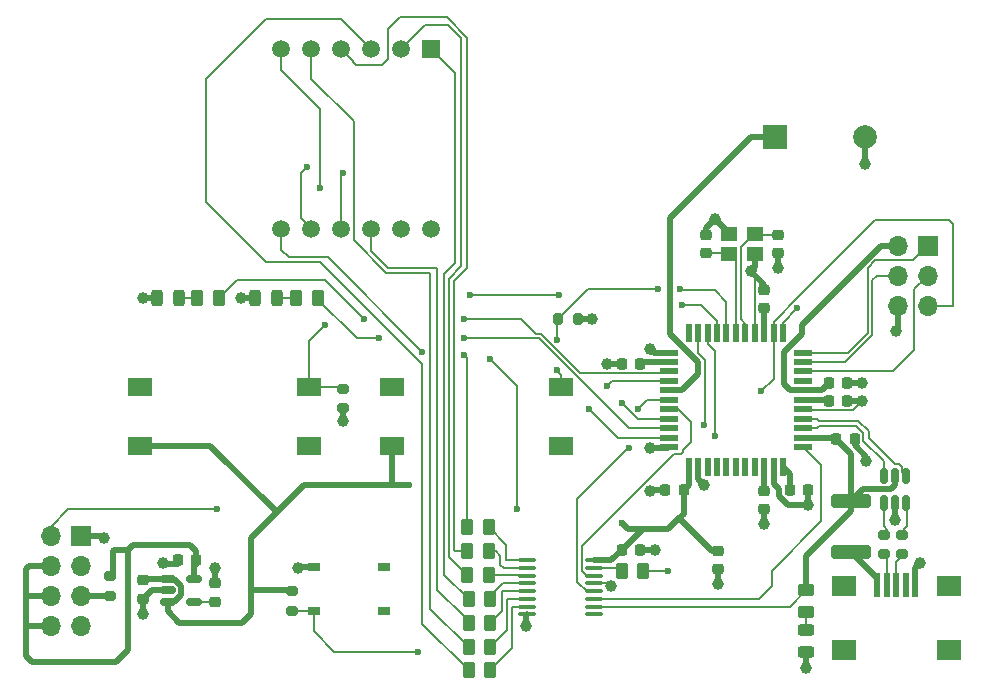
<source format=gbr>
%TF.GenerationSoftware,KiCad,Pcbnew,(7.0.0)*%
%TF.CreationDate,2023-04-20T12:18:00-06:00*%
%TF.ProjectId,Phase_B_PCB_Prototype,50686173-655f-4425-9f50-43425f50726f,rev?*%
%TF.SameCoordinates,Original*%
%TF.FileFunction,Copper,L1,Top*%
%TF.FilePolarity,Positive*%
%FSLAX46Y46*%
G04 Gerber Fmt 4.6, Leading zero omitted, Abs format (unit mm)*
G04 Created by KiCad (PCBNEW (7.0.0)) date 2023-04-20 12:18:00*
%MOMM*%
%LPD*%
G01*
G04 APERTURE LIST*
G04 Aperture macros list*
%AMRoundRect*
0 Rectangle with rounded corners*
0 $1 Rounding radius*
0 $2 $3 $4 $5 $6 $7 $8 $9 X,Y pos of 4 corners*
0 Add a 4 corners polygon primitive as box body*
4,1,4,$2,$3,$4,$5,$6,$7,$8,$9,$2,$3,0*
0 Add four circle primitives for the rounded corners*
1,1,$1+$1,$2,$3*
1,1,$1+$1,$4,$5*
1,1,$1+$1,$6,$7*
1,1,$1+$1,$8,$9*
0 Add four rect primitives between the rounded corners*
20,1,$1+$1,$2,$3,$4,$5,0*
20,1,$1+$1,$4,$5,$6,$7,0*
20,1,$1+$1,$6,$7,$8,$9,0*
20,1,$1+$1,$8,$9,$2,$3,0*%
G04 Aperture macros list end*
%TA.AperFunction,SMDPad,CuDef*%
%ADD10RoundRect,0.225000X-0.250000X0.225000X-0.250000X-0.225000X0.250000X-0.225000X0.250000X0.225000X0*%
%TD*%
%TA.AperFunction,SMDPad,CuDef*%
%ADD11R,1.000000X0.700000*%
%TD*%
%TA.AperFunction,SMDPad,CuDef*%
%ADD12RoundRect,0.225000X-0.225000X-0.250000X0.225000X-0.250000X0.225000X0.250000X-0.225000X0.250000X0*%
%TD*%
%TA.AperFunction,SMDPad,CuDef*%
%ADD13R,1.400000X1.200000*%
%TD*%
%TA.AperFunction,SMDPad,CuDef*%
%ADD14RoundRect,0.250000X0.262500X0.450000X-0.262500X0.450000X-0.262500X-0.450000X0.262500X-0.450000X0*%
%TD*%
%TA.AperFunction,ComponentPad*%
%ADD15C,1.500000*%
%TD*%
%TA.AperFunction,ComponentPad*%
%ADD16R,1.500000X1.500000*%
%TD*%
%TA.AperFunction,ComponentPad*%
%ADD17R,2.000000X2.000000*%
%TD*%
%TA.AperFunction,ComponentPad*%
%ADD18C,2.000000*%
%TD*%
%TA.AperFunction,SMDPad,CuDef*%
%ADD19RoundRect,0.150000X-0.512500X-0.150000X0.512500X-0.150000X0.512500X0.150000X-0.512500X0.150000X0*%
%TD*%
%TA.AperFunction,ComponentPad*%
%ADD20O,1.700000X1.700000*%
%TD*%
%TA.AperFunction,ComponentPad*%
%ADD21R,1.700000X1.700000*%
%TD*%
%TA.AperFunction,SMDPad,CuDef*%
%ADD22RoundRect,0.225000X0.225000X0.250000X-0.225000X0.250000X-0.225000X-0.250000X0.225000X-0.250000X0*%
%TD*%
%TA.AperFunction,SMDPad,CuDef*%
%ADD23RoundRect,0.200000X-0.275000X0.200000X-0.275000X-0.200000X0.275000X-0.200000X0.275000X0.200000X0*%
%TD*%
%TA.AperFunction,SMDPad,CuDef*%
%ADD24R,1.500000X0.550000*%
%TD*%
%TA.AperFunction,SMDPad,CuDef*%
%ADD25R,0.550000X1.500000*%
%TD*%
%TA.AperFunction,SMDPad,CuDef*%
%ADD26RoundRect,0.250000X-0.262500X-0.450000X0.262500X-0.450000X0.262500X0.450000X-0.262500X0.450000X0*%
%TD*%
%TA.AperFunction,SMDPad,CuDef*%
%ADD27RoundRect,0.200000X-0.200000X-0.275000X0.200000X-0.275000X0.200000X0.275000X-0.200000X0.275000X0*%
%TD*%
%TA.AperFunction,SMDPad,CuDef*%
%ADD28RoundRect,0.243750X-0.243750X-0.456250X0.243750X-0.456250X0.243750X0.456250X-0.243750X0.456250X0*%
%TD*%
%TA.AperFunction,SMDPad,CuDef*%
%ADD29RoundRect,0.150000X0.150000X-0.512500X0.150000X0.512500X-0.150000X0.512500X-0.150000X-0.512500X0*%
%TD*%
%TA.AperFunction,SMDPad,CuDef*%
%ADD30RoundRect,0.225000X0.250000X-0.225000X0.250000X0.225000X-0.250000X0.225000X-0.250000X-0.225000X0*%
%TD*%
%TA.AperFunction,SMDPad,CuDef*%
%ADD31RoundRect,0.243750X0.456250X-0.243750X0.456250X0.243750X-0.456250X0.243750X-0.456250X-0.243750X0*%
%TD*%
%TA.AperFunction,SMDPad,CuDef*%
%ADD32RoundRect,0.200000X0.275000X-0.200000X0.275000X0.200000X-0.275000X0.200000X-0.275000X-0.200000X0*%
%TD*%
%TA.AperFunction,SMDPad,CuDef*%
%ADD33R,2.000000X1.500000*%
%TD*%
%TA.AperFunction,SMDPad,CuDef*%
%ADD34RoundRect,0.250000X1.450000X-0.312500X1.450000X0.312500X-1.450000X0.312500X-1.450000X-0.312500X0*%
%TD*%
%TA.AperFunction,SMDPad,CuDef*%
%ADD35RoundRect,0.250000X-0.450000X0.262500X-0.450000X-0.262500X0.450000X-0.262500X0.450000X0.262500X0*%
%TD*%
%TA.AperFunction,SMDPad,CuDef*%
%ADD36RoundRect,0.100000X-0.637500X-0.100000X0.637500X-0.100000X0.637500X0.100000X-0.637500X0.100000X0*%
%TD*%
%TA.AperFunction,SMDPad,CuDef*%
%ADD37R,2.000000X1.700000*%
%TD*%
%TA.AperFunction,SMDPad,CuDef*%
%ADD38R,0.500000X2.000000*%
%TD*%
%TA.AperFunction,ViaPad*%
%ADD39C,0.600000*%
%TD*%
%TA.AperFunction,ViaPad*%
%ADD40C,1.000000*%
%TD*%
%TA.AperFunction,Conductor*%
%ADD41C,0.203200*%
%TD*%
%TA.AperFunction,Conductor*%
%ADD42C,0.508000*%
%TD*%
%TA.AperFunction,Conductor*%
%ADD43C,0.200000*%
%TD*%
G04 APERTURE END LIST*
D10*
%TO.P,C1,1*%
%TO.N,XTAL2*%
X136779000Y-81052000D03*
%TO.P,C1,2*%
%TO.N,GND*%
X136779000Y-82602000D03*
%TD*%
D11*
%TO.P,S3,4*%
%TO.N,N/C*%
X103456999Y-112847999D03*
%TO.P,S3,2*%
X103456999Y-109147999D03*
%TO.P,S3,3*%
%TO.N,RST*%
X97456999Y-112847999D03*
%TO.P,S3,1*%
%TO.N,GND*%
X97456999Y-109147999D03*
%TD*%
D12*
%TO.P,C15,1*%
%TO.N,+5V*%
X123558000Y-107696000D03*
%TO.P,C15,2*%
%TO.N,GND*%
X125108000Y-107696000D03*
%TD*%
D10*
%TO.P,C14,1*%
%TO.N,+5V*%
X83058000Y-110284000D03*
%TO.P,C14,2*%
%TO.N,GND*%
X83058000Y-111834000D03*
%TD*%
D13*
%TO.P,Y1,1,1*%
%TO.N,XTAL1*%
X132630999Y-82676999D03*
%TO.P,Y1,2,2*%
%TO.N,GND*%
X134830999Y-82676999D03*
%TO.P,Y1,3,3*%
%TO.N,XTAL2*%
X134830999Y-80976999D03*
%TO.P,Y1,4,4*%
%TO.N,GND*%
X132630999Y-80976999D03*
%TD*%
D14*
%TO.P,R12,2*%
%TO.N,Net-(U1-DPX)*%
X110593500Y-117885000D03*
%TO.P,R12,1*%
%TO.N,dp*%
X112418500Y-117885000D03*
%TD*%
%TO.P,R11,2*%
%TO.N,Net-(U1-g)*%
X110593500Y-115951000D03*
%TO.P,R11,1*%
%TO.N,g*%
X112418500Y-115951000D03*
%TD*%
D15*
%TO.P,U1,12,CA1*%
%TO.N,Dig1*%
X107442000Y-80518000D03*
%TO.P,U1,11,a*%
%TO.N,Net-(U1-a)*%
X104902000Y-80518000D03*
%TO.P,U1,10,f*%
%TO.N,Net-(U1-f)*%
X102362000Y-80518000D03*
%TO.P,U1,9,CA2*%
%TO.N,Dig2*%
X99822000Y-80518000D03*
%TO.P,U1,8,CA3*%
%TO.N,Dig3*%
X97282000Y-80518000D03*
%TO.P,U1,7,b*%
%TO.N,Net-(U1-b)*%
X94742000Y-80518000D03*
%TO.P,U1,6,CA4*%
%TO.N,Dig4*%
X94742000Y-65278000D03*
%TO.P,U1,5,g*%
%TO.N,Net-(U1-g)*%
X97282000Y-65278000D03*
%TO.P,U1,4,c*%
%TO.N,Net-(U1-c)*%
X99822000Y-65278000D03*
%TO.P,U1,3,DPX*%
%TO.N,Net-(U1-DPX)*%
X102362000Y-65278000D03*
%TO.P,U1,2,d*%
%TO.N,Net-(U1-d)*%
X104902000Y-65278000D03*
D16*
%TO.P,U1,1,e*%
%TO.N,Net-(U1-e)*%
X107441999Y-65277999D03*
%TD*%
D17*
%TO.P,LS1,1,1*%
%TO.N,Buzzer*%
X136534999Y-72770999D03*
D18*
%TO.P,LS1,2,2*%
%TO.N,GND*%
X144135000Y-72771000D03*
%TD*%
D19*
%TO.P,U5,1,VIN*%
%TO.N,+5V*%
X85095500Y-110175000D03*
%TO.P,U5,2,GND*%
%TO.N,GND*%
X85095500Y-111125000D03*
%TO.P,U5,3,ON/~{OFF}*%
%TO.N,+5V*%
X85095500Y-112075000D03*
%TO.P,U5,4,BP*%
%TO.N,Net-(U5-BP)*%
X87370500Y-112075000D03*
%TO.P,U5,5,VOUT*%
%TO.N,+3.3V*%
X87370500Y-110175000D03*
%TD*%
D14*
%TO.P,R9,2*%
%TO.N,Net-(U1-e)*%
X110593500Y-111887000D03*
%TO.P,R9,1*%
%TO.N,e*%
X112418500Y-111887000D03*
%TD*%
D20*
%TO.P,J3,8,Pin_8*%
%TO.N,+3.3V*%
X75203999Y-114182999D03*
%TO.P,J3,7,Pin_7*%
%TO.N,RX*%
X77743999Y-114182999D03*
%TO.P,J3,6,Pin_6*%
%TO.N,+3.3V*%
X75203999Y-111642999D03*
%TO.P,J3,5,Pin_5*%
%TO.N,Net-(J3-Pin_5)*%
X77743999Y-111642999D03*
%TO.P,J3,4,Pin_4*%
%TO.N,+3.3V*%
X75203999Y-109102999D03*
%TO.P,J3,3,Pin_3*%
%TO.N,unconnected-(J3-Pin_3-Pad3)*%
X77743999Y-109102999D03*
%TO.P,J3,2,Pin_2*%
%TO.N,TX*%
X75203999Y-106562999D03*
D21*
%TO.P,J3,1,Pin_1*%
%TO.N,GND*%
X77743999Y-106562999D03*
%TD*%
D22*
%TO.P,C13,1*%
%TO.N,+3.3V*%
X87510500Y-108585000D03*
%TO.P,C13,2*%
%TO.N,GND*%
X85960500Y-108585000D03*
%TD*%
D12*
%TO.P,C3,1*%
%TO.N,+5V*%
X141719000Y-98298000D03*
%TO.P,C3,2*%
%TO.N,GND*%
X143269000Y-98298000D03*
%TD*%
%TO.P,C10,1*%
%TO.N,/UCAP*%
X141084000Y-95123000D03*
%TO.P,C10,2*%
%TO.N,GND*%
X142634000Y-95123000D03*
%TD*%
D23*
%TO.P,R17,2*%
%TO.N,Net-(J3-Pin_5)*%
X80264000Y-111569000D03*
%TO.P,R17,1*%
%TO.N,+3.3V*%
X80264000Y-109919000D03*
%TD*%
D24*
%TO.P,U3,1,PE6*%
%TO.N,SH_CP*%
X138922999Y-98995999D03*
%TO.P,U3,2,UVCC*%
%TO.N,+5V*%
X138922999Y-98195999D03*
%TO.P,U3,3,D-*%
%TO.N,USB_D-*%
X138922999Y-97395999D03*
%TO.P,U3,4,D+*%
%TO.N,USB_D+*%
X138922999Y-96595999D03*
%TO.P,U3,5,UGND*%
%TO.N,GND*%
X138922999Y-95795999D03*
%TO.P,U3,6,UCAP*%
%TO.N,/UCAP*%
X138922999Y-94995999D03*
%TO.P,U3,7,VBUS*%
%TO.N,+5V*%
X138922999Y-94195999D03*
%TO.P,U3,8,PB0*%
%TO.N,unconnected-(U3-PB0-Pad8)*%
X138922999Y-93395999D03*
%TO.P,U3,9,PB1*%
%TO.N,SCK*%
X138922999Y-92595999D03*
%TO.P,U3,10,PB2*%
%TO.N,MOSI*%
X138922999Y-91795999D03*
%TO.P,U3,11,PB3*%
%TO.N,MISO*%
X138922999Y-90995999D03*
D25*
%TO.P,U3,12,PB7*%
%TO.N,Dig3*%
X137222999Y-89295999D03*
%TO.P,U3,13,~{RESET}*%
%TO.N,RST*%
X136422999Y-89295999D03*
%TO.P,U3,14,VCC*%
%TO.N,+5V*%
X135622999Y-89295999D03*
%TO.P,U3,15,GND*%
%TO.N,GND*%
X134822999Y-89295999D03*
%TO.P,U3,16,XTAL2*%
%TO.N,XTAL2*%
X134022999Y-89295999D03*
%TO.P,U3,17,XTAL1*%
%TO.N,XTAL1*%
X133222999Y-89295999D03*
%TO.P,U3,18,PD0*%
%TO.N,Button_2*%
X132422999Y-89295999D03*
%TO.P,U3,19,PD1*%
%TO.N,Button_1*%
X131622999Y-89295999D03*
%TO.P,U3,20,PD2*%
%TO.N,TX*%
X130822999Y-89295999D03*
%TO.P,U3,21,PD3*%
%TO.N,RX*%
X130022999Y-89295999D03*
%TO.P,U3,22,PD5*%
%TO.N,unconnected-(U3-PD5-Pad22)*%
X129222999Y-89295999D03*
D24*
%TO.P,U3,23,GND*%
%TO.N,GND*%
X127522999Y-90995999D03*
%TO.P,U3,24,AVCC*%
%TO.N,+5V*%
X127522999Y-91795999D03*
%TO.P,U3,25,PD4*%
%TO.N,GREEN_LED*%
X127522999Y-92595999D03*
%TO.P,U3,26,PD6*%
%TO.N,Dig2*%
X127522999Y-93395999D03*
%TO.P,U3,27,PD7*%
%TO.N,Buzzer*%
X127522999Y-94195999D03*
%TO.P,U3,28,PB4*%
%TO.N,ST_CP*%
X127522999Y-94995999D03*
%TO.P,U3,29,PB5*%
%TO.N,DS*%
X127522999Y-95795999D03*
%TO.P,U3,30,PB6*%
%TO.N,Dig4*%
X127522999Y-96595999D03*
%TO.P,U3,31,PC6*%
%TO.N,RED_LED*%
X127522999Y-97395999D03*
%TO.P,U3,32,PC7*%
%TO.N,Dig1*%
X127522999Y-98195999D03*
%TO.P,U3,33,~{HWB}/PE2*%
%TO.N,GND*%
X127522999Y-98995999D03*
D25*
%TO.P,U3,34,VCC*%
%TO.N,+5V*%
X129222999Y-100695999D03*
%TO.P,U3,35,GND*%
%TO.N,GND*%
X130022999Y-100695999D03*
%TO.P,U3,36,PF7*%
%TO.N,unconnected-(U3-PF7-Pad36)*%
X130822999Y-100695999D03*
%TO.P,U3,37,PF6*%
%TO.N,unconnected-(U3-PF6-Pad37)*%
X131622999Y-100695999D03*
%TO.P,U3,38,PF5*%
%TO.N,unconnected-(U3-PF5-Pad38)*%
X132422999Y-100695999D03*
%TO.P,U3,39,PF4*%
%TO.N,unconnected-(U3-PF4-Pad39)*%
X133222999Y-100695999D03*
%TO.P,U3,40,PF1*%
%TO.N,unconnected-(U3-PF1-Pad40)*%
X134022999Y-100695999D03*
%TO.P,U3,41,PF0*%
%TO.N,unconnected-(U3-PF0-Pad41)*%
X134822999Y-100695999D03*
%TO.P,U3,42,AREF*%
%TO.N,/AREF*%
X135622999Y-100695999D03*
%TO.P,U3,43,GND*%
%TO.N,GND*%
X136422999Y-100695999D03*
%TO.P,U3,44,AVCC*%
%TO.N,+5V*%
X137222999Y-100695999D03*
%TD*%
D12*
%TO.P,C7,1*%
%TO.N,+5V*%
X141084000Y-93599000D03*
%TO.P,C7,2*%
%TO.N,GND*%
X142634000Y-93599000D03*
%TD*%
D26*
%TO.P,R5,2*%
%TO.N,Net-(U1-a)*%
X125372500Y-109474000D03*
%TO.P,R5,1*%
%TO.N,a*%
X123547500Y-109474000D03*
%TD*%
D27*
%TO.P,R2,1*%
%TO.N,Button_2*%
X118174000Y-88138000D03*
%TO.P,R2,2*%
%TO.N,GND*%
X119824000Y-88138000D03*
%TD*%
D28*
%TO.P,D2,1,K*%
%TO.N,GND*%
X84231000Y-86360000D03*
%TO.P,D2,2,A*%
%TO.N,Net-(D2-A)*%
X86106000Y-86360000D03*
%TD*%
D23*
%TO.P,R1,1*%
%TO.N,Button_1*%
X99949000Y-94044000D03*
%TO.P,R1,2*%
%TO.N,GND*%
X99949000Y-95694000D03*
%TD*%
D10*
%TO.P,C11,1*%
%TO.N,/AREF*%
X135636000Y-102730000D03*
%TO.P,C11,2*%
%TO.N,GND*%
X135636000Y-104280000D03*
%TD*%
D21*
%TO.P,J2,1,MISO*%
%TO.N,MISO*%
X149478999Y-81929999D03*
D20*
%TO.P,J2,2,VCC*%
%TO.N,+5V*%
X146938999Y-81929999D03*
%TO.P,J2,3,SCK*%
%TO.N,SCK*%
X149478999Y-84469999D03*
%TO.P,J2,4,MOSI*%
%TO.N,MOSI*%
X146938999Y-84469999D03*
%TO.P,J2,5,~{RST}*%
%TO.N,RST*%
X149478999Y-87009999D03*
%TO.P,J2,6,GND*%
%TO.N,GND*%
X146938999Y-87009999D03*
%TD*%
D29*
%TO.P,U4,1,I/O1*%
%TO.N,USB_CONN_D-*%
X145730000Y-103694500D03*
%TO.P,U4,2,GND*%
%TO.N,GND*%
X146680000Y-103694500D03*
%TO.P,U4,3,I/O2*%
%TO.N,USB_CONN_D+*%
X147630000Y-103694500D03*
%TO.P,U4,4,I/O2*%
%TO.N,USB_D+*%
X147630000Y-101419500D03*
%TO.P,U4,5,VBUS*%
%TO.N,+5V*%
X146680000Y-101419500D03*
%TO.P,U4,6,I/O1*%
%TO.N,USB_D-*%
X145730000Y-101419500D03*
%TD*%
D14*
%TO.P,R4,1*%
%TO.N,GREEN_LED*%
X89455000Y-86360000D03*
%TO.P,R4,2*%
%TO.N,Net-(D2-A)*%
X87630000Y-86360000D03*
%TD*%
D30*
%TO.P,C12,2*%
%TO.N,GND*%
X89148500Y-110538000D03*
%TO.P,C12,1*%
%TO.N,Net-(U5-BP)*%
X89148500Y-112088000D03*
%TD*%
D22*
%TO.P,C5,1*%
%TO.N,+5V*%
X128791000Y-102616000D03*
%TO.P,C5,2*%
%TO.N,GND*%
X127241000Y-102616000D03*
%TD*%
D31*
%TO.P,D3,2,A*%
%TO.N,Net-(D3-A)*%
X139187000Y-114446500D03*
%TO.P,D3,1,K*%
%TO.N,GND*%
X139187000Y-116321500D03*
%TD*%
D30*
%TO.P,C8,1*%
%TO.N,+5V*%
X135636000Y-87249000D03*
%TO.P,C8,2*%
%TO.N,GND*%
X135636000Y-85699000D03*
%TD*%
D28*
%TO.P,D1,2,A*%
%TO.N,Net-(D1-A)*%
X94397000Y-86360000D03*
%TO.P,D1,1,K*%
%TO.N,GND*%
X92522000Y-86360000D03*
%TD*%
D32*
%TO.P,R15,2*%
%TO.N,USB_CONN_D+*%
X147320000Y-106427000D03*
%TO.P,R15,1*%
%TO.N,Net-(J1-D+)*%
X147320000Y-108077000D03*
%TD*%
D33*
%TO.P,S1,A1,NO_1*%
%TO.N,unconnected-(S1-NO_1-PadA1)*%
X82765999Y-93892999D03*
%TO.P,S1,B1,NO_2*%
%TO.N,Button_1*%
X97065999Y-93892999D03*
%TO.P,S1,C1,COM_1*%
%TO.N,+5V*%
X82765999Y-98892999D03*
%TO.P,S1,D1,COM_2*%
%TO.N,unconnected-(S1-COM_2-PadD1)*%
X97065999Y-98892999D03*
%TD*%
D14*
%TO.P,R3,2*%
%TO.N,Net-(D1-A)*%
X95988500Y-86360000D03*
%TO.P,R3,1*%
%TO.N,RED_LED*%
X97813500Y-86360000D03*
%TD*%
D34*
%TO.P,F1,2*%
%TO.N,+5V*%
X142997000Y-103594500D03*
%TO.P,F1,1*%
%TO.N,Net-(J1-VBUS)*%
X142997000Y-107869500D03*
%TD*%
D23*
%TO.P,R13,1*%
%TO.N,+5V*%
X95631000Y-111189000D03*
%TO.P,R13,2*%
%TO.N,RST*%
X95631000Y-112839000D03*
%TD*%
D22*
%TO.P,C6,1*%
%TO.N,+5V*%
X125108000Y-91948000D03*
%TO.P,C6,2*%
%TO.N,GND*%
X123558000Y-91948000D03*
%TD*%
D33*
%TO.P,S2,A1,NO_1*%
%TO.N,unconnected-(S2-NO_1-PadA1)*%
X104101999Y-93932999D03*
%TO.P,S2,B1,NO_2*%
%TO.N,Button_2*%
X118401999Y-93932999D03*
%TO.P,S2,C1,COM_1*%
%TO.N,+5V*%
X104101999Y-98932999D03*
%TO.P,S2,D1,COM_2*%
%TO.N,unconnected-(S2-COM_2-PadD1)*%
X118401999Y-98932999D03*
%TD*%
D14*
%TO.P,R7,2*%
%TO.N,Net-(U1-c)*%
X110490000Y-107823000D03*
%TO.P,R7,1*%
%TO.N,c*%
X112315000Y-107823000D03*
%TD*%
D30*
%TO.P,C2,1*%
%TO.N,XTAL1*%
X130683000Y-82602000D03*
%TO.P,C2,2*%
%TO.N,GND*%
X130683000Y-81052000D03*
%TD*%
D35*
%TO.P,R14,2*%
%TO.N,Net-(D3-A)*%
X139187000Y-112935500D03*
%TO.P,R14,1*%
%TO.N,+5V*%
X139187000Y-111110500D03*
%TD*%
D12*
%TO.P,C4,1*%
%TO.N,+5V*%
X137782000Y-102616000D03*
%TO.P,C4,2*%
%TO.N,GND*%
X139332000Y-102616000D03*
%TD*%
D10*
%TO.P,C9,1*%
%TO.N,+5V*%
X131699000Y-107810000D03*
%TO.P,C9,2*%
%TO.N,GND*%
X131699000Y-109360000D03*
%TD*%
D14*
%TO.P,R8,2*%
%TO.N,Net-(U1-d)*%
X110490000Y-109855000D03*
%TO.P,R8,1*%
%TO.N,d*%
X112315000Y-109855000D03*
%TD*%
D36*
%TO.P,U2,1,QB*%
%TO.N,b*%
X115501500Y-108596000D03*
%TO.P,U2,2,QC*%
%TO.N,c*%
X115501500Y-109246000D03*
%TO.P,U2,3,QD*%
%TO.N,d*%
X115501500Y-109896000D03*
%TO.P,U2,4,QE*%
%TO.N,e*%
X115501500Y-110546000D03*
%TO.P,U2,5,QF*%
%TO.N,f*%
X115501500Y-111196000D03*
%TO.P,U2,6,QG*%
%TO.N,g*%
X115501500Y-111846000D03*
%TO.P,U2,7,QH*%
%TO.N,dp*%
X115501500Y-112496000D03*
%TO.P,U2,8,GND*%
%TO.N,GND*%
X115501500Y-113146000D03*
%TO.P,U2,9,QH'*%
%TO.N,unconnected-(U2-QH'-Pad9)*%
X121226500Y-113146000D03*
%TO.P,U2,10,~{SRCLR}*%
%TO.N,+5V*%
X121226500Y-112496000D03*
%TO.P,U2,11,SRCLK*%
%TO.N,SH_CP*%
X121226500Y-111846000D03*
%TO.P,U2,12,RCLK*%
%TO.N,ST_CP*%
X121226500Y-111196000D03*
%TO.P,U2,13,~{OE}*%
%TO.N,GND*%
X121226500Y-110546000D03*
%TO.P,U2,14,SER*%
%TO.N,DS*%
X121226500Y-109896000D03*
%TO.P,U2,15,QA*%
%TO.N,a*%
X121226500Y-109246000D03*
%TO.P,U2,16,VCC*%
%TO.N,+5V*%
X121226500Y-108596000D03*
%TD*%
D14*
%TO.P,R6,2*%
%TO.N,Net-(U1-b)*%
X110490000Y-105791000D03*
%TO.P,R6,1*%
%TO.N,b*%
X112315000Y-105791000D03*
%TD*%
D37*
%TO.P,J1,6,Shield*%
%TO.N,unconnected-(J1-Shield-Pad6)*%
X151256999Y-116201999D03*
X151256999Y-110751999D03*
X142356999Y-116201999D03*
X142356999Y-110751999D03*
D38*
%TO.P,J1,5,GND*%
%TO.N,GND*%
X148406999Y-110651999D03*
%TO.P,J1,4,ID*%
%TO.N,unconnected-(J1-ID-Pad4)*%
X147606999Y-110651999D03*
%TO.P,J1,3,D+*%
%TO.N,Net-(J1-D+)*%
X146806999Y-110651999D03*
%TO.P,J1,2,D-*%
%TO.N,Net-(J1-D-)*%
X146006999Y-110651999D03*
%TO.P,J1,1,VBUS*%
%TO.N,Net-(J1-VBUS)*%
X145206999Y-110651999D03*
%TD*%
D14*
%TO.P,R10,2*%
%TO.N,Net-(U1-f)*%
X110593500Y-113919000D03*
%TO.P,R10,1*%
%TO.N,f*%
X112418500Y-113919000D03*
%TD*%
D32*
%TO.P,R16,2*%
%TO.N,USB_CONN_D-*%
X145796000Y-106427000D03*
%TO.P,R16,1*%
%TO.N,Net-(J1-D-)*%
X145796000Y-108077000D03*
%TD*%
D39*
%TO.N,Net-(U1-a)*%
X112395000Y-91567000D03*
X114681000Y-104267000D03*
X127508000Y-109474000D03*
%TO.N,RST*%
X135382000Y-94234000D03*
X106299000Y-116332000D03*
%TO.N,+5V*%
X123571000Y-105410000D03*
X105537000Y-102235000D03*
%TO.N,TX*%
X89281000Y-104267000D03*
X131445000Y-98044000D03*
%TO.N,RX*%
X130556000Y-97155000D03*
%TO.N,Button_1*%
X98425000Y-88646000D03*
X110744000Y-86106000D03*
X118237000Y-86106000D03*
X128651000Y-86995000D03*
%TO.N,Dig3*%
X96901000Y-75311000D03*
X138430000Y-87249000D03*
%TO.N,ST_CP*%
X124968000Y-95758000D03*
X124206000Y-99060000D03*
%TO.N,Button_2*%
X128524000Y-85598000D03*
X126619000Y-85598000D03*
X118110000Y-89916000D03*
X118110000Y-92456000D03*
%TO.N,Dig2*%
X99949000Y-75819000D03*
%TO.N,Dig4*%
X98044000Y-77089000D03*
%TO.N,Dig1*%
X120777000Y-95758000D03*
%TO.N,Dig4*%
X123571000Y-95250000D03*
%TO.N,Dig2*%
X122301000Y-93853000D03*
%TO.N,RED_LED*%
X102997000Y-89789000D03*
%TO.N,GREEN_LED*%
X101727000Y-88138000D03*
%TO.N,RED_LED*%
X110236000Y-89789000D03*
%TO.N,GREEN_LED*%
X110236000Y-88138000D03*
%TO.N,Net-(U1-b)*%
X106680000Y-90932000D03*
X110236000Y-91186000D03*
D40*
%TO.N,GND*%
X130556000Y-102235000D03*
X125984000Y-90678000D03*
X122301000Y-91948000D03*
X121071000Y-88138000D03*
X125984000Y-99060000D03*
X125984000Y-102743000D03*
X126365000Y-107696000D03*
X143891000Y-95123000D03*
X143891000Y-93599000D03*
X144272000Y-100203000D03*
X146685000Y-105156000D03*
X122682000Y-110744000D03*
X115443000Y-114173000D03*
X79756000Y-106680000D03*
X99949000Y-96774000D03*
X91277000Y-86360000D03*
X83003000Y-86360000D03*
X144145000Y-75057000D03*
X134493000Y-84113000D03*
X131445000Y-79668000D03*
X136779000Y-83859000D03*
X146812000Y-89154000D03*
X148844000Y-108839000D03*
X139319000Y-103886000D03*
X135636000Y-105537000D03*
X131699000Y-110617000D03*
X96139000Y-109220000D03*
X83058000Y-113091000D03*
X89154000Y-109220000D03*
X84709000Y-108818000D03*
X139187000Y-117670000D03*
%TD*%
D41*
%TO.N,Button_2*%
X118174000Y-88138000D02*
X120714000Y-85598000D01*
X120714000Y-85598000D02*
X126619000Y-85598000D01*
%TO.N,ST_CP*%
X124079000Y-99060000D02*
X124206000Y-99060000D01*
X119784200Y-103354800D02*
X124079000Y-99060000D01*
%TO.N,Net-(U1-a)*%
X114681000Y-93853000D02*
X112395000Y-91567000D01*
X114681000Y-104267000D02*
X114681000Y-93853000D01*
X125372500Y-109474000D02*
X127508000Y-109474000D01*
%TO.N,RST*%
X136423000Y-93193000D02*
X136423000Y-89296000D01*
X135382000Y-94234000D02*
X136423000Y-93193000D01*
X99187000Y-116332000D02*
X106299000Y-116332000D01*
X97457000Y-114602000D02*
X99187000Y-116332000D01*
X97457000Y-112848000D02*
X97457000Y-114602000D01*
D42*
%TO.N,+5V*%
X131699000Y-107810000D02*
X131178000Y-107810000D01*
X128397000Y-105029000D02*
X127508000Y-105918000D01*
X128791000Y-104635000D02*
X128397000Y-105029000D01*
X131178000Y-107810000D02*
X128397000Y-105029000D01*
%TO.N,GND*%
X131699000Y-109360000D02*
X131699000Y-110617000D01*
%TO.N,+5V*%
X124079000Y-105918000D02*
X125984000Y-105918000D01*
X123571000Y-105410000D02*
X124079000Y-105918000D01*
X127508000Y-105918000D02*
X125984000Y-105918000D01*
X125984000Y-105918000D02*
X125336000Y-105918000D01*
X125336000Y-105918000D02*
X123558000Y-107696000D01*
X104102000Y-102197000D02*
X104140000Y-102235000D01*
X104102000Y-98933000D02*
X104102000Y-102197000D01*
X104140000Y-102235000D02*
X105537000Y-102235000D01*
X96647000Y-102235000D02*
X104140000Y-102235000D01*
X95567000Y-111125000D02*
X92202000Y-111125000D01*
X92202000Y-111125000D02*
X92202000Y-106680000D01*
X92202000Y-113157000D02*
X92202000Y-111125000D01*
X95631000Y-111189000D02*
X95567000Y-111125000D01*
X88733000Y-98893000D02*
X94361000Y-104521000D01*
X94361000Y-104521000D02*
X96647000Y-102235000D01*
X82766000Y-98893000D02*
X88733000Y-98893000D01*
X92583000Y-106299000D02*
X94361000Y-104521000D01*
X92202000Y-106680000D02*
X92583000Y-106299000D01*
X91440000Y-113919000D02*
X92202000Y-113157000D01*
X86106000Y-113919000D02*
X91440000Y-113919000D01*
X85095500Y-112908500D02*
X86106000Y-113919000D01*
X85095500Y-112075000D02*
X85095500Y-112908500D01*
%TO.N,+3.3V*%
X82169000Y-107315000D02*
X81788000Y-107696000D01*
X87510500Y-107830500D02*
X86995000Y-107315000D01*
X86995000Y-107315000D02*
X82169000Y-107315000D01*
X87510500Y-108900000D02*
X87510500Y-107830500D01*
X87370500Y-109040000D02*
X87510500Y-108900000D01*
X87370500Y-110175000D02*
X87370500Y-109040000D01*
D41*
%TO.N,Button_1*%
X97066000Y-90005000D02*
X97066000Y-93893000D01*
X98425000Y-88646000D02*
X97066000Y-90005000D01*
D42*
%TO.N,GND*%
X143269000Y-98846736D02*
X143269000Y-98298000D01*
X144272000Y-99849736D02*
X143269000Y-98846736D01*
X144272000Y-100203000D02*
X144272000Y-99849736D01*
D41*
%TO.N,Net-(U1-b)*%
X94742000Y-82296000D02*
X94742000Y-80518000D01*
X106680000Y-90932000D02*
X98656800Y-82908800D01*
X98656800Y-82908800D02*
X95354800Y-82908800D01*
X95354800Y-82908800D02*
X94742000Y-82296000D01*
D42*
%TO.N,GND*%
X130023000Y-101702000D02*
X130023000Y-100696000D01*
X130556000Y-102235000D02*
X130023000Y-101702000D01*
D41*
%TO.N,TX*%
X75204000Y-105771000D02*
X75204000Y-106563000D01*
X89281000Y-104267000D02*
X76708000Y-104267000D01*
X76708000Y-104267000D02*
X75204000Y-105771000D01*
%TO.N,RX*%
X130603600Y-91590863D02*
X130603600Y-97107400D01*
X130023000Y-91010262D02*
X130603600Y-91590863D01*
X130603600Y-97107400D02*
X130556000Y-97155000D01*
X130023000Y-89296000D02*
X130023000Y-91010262D01*
%TO.N,TX*%
X131445000Y-90871200D02*
X131445000Y-98044000D01*
X130823000Y-90249200D02*
X131445000Y-90871200D01*
X130823000Y-89296000D02*
X130823000Y-90249200D01*
%TO.N,Dig3*%
X96393000Y-75819000D02*
X96393000Y-79629000D01*
%TO.N,Button_1*%
X99798000Y-93893000D02*
X99949000Y-94044000D01*
X97066000Y-93893000D02*
X99798000Y-93893000D01*
X118237000Y-86106000D02*
X110744000Y-86106000D01*
X130275200Y-86995000D02*
X128651000Y-86995000D01*
X131623000Y-88342800D02*
X130275200Y-86995000D01*
X131623000Y-89296000D02*
X131623000Y-88342800D01*
%TO.N,Dig3*%
X96393000Y-79629000D02*
X97282000Y-80518000D01*
X96901000Y-75311000D02*
X96393000Y-75819000D01*
X137223000Y-88456000D02*
X138430000Y-87249000D01*
X137223000Y-89296000D02*
X137223000Y-88456000D01*
%TO.N,ST_CP*%
X125730000Y-94996000D02*
X127523000Y-94996000D01*
X124968000Y-95758000D02*
X125730000Y-94996000D01*
X119784200Y-110409148D02*
X119784200Y-103354800D01*
X120571052Y-111196000D02*
X119784200Y-110409148D01*
X121226500Y-111196000D02*
X120571052Y-111196000D01*
%TO.N,DS*%
X128714500Y-99432700D02*
X128714500Y-99250500D01*
X128574600Y-99572600D02*
X128714500Y-99432700D01*
X120187400Y-107405966D02*
X128020766Y-99572600D01*
X120187400Y-109512348D02*
X120187400Y-107405966D01*
X120571052Y-109896000D02*
X120187400Y-109512348D01*
X128020766Y-99572600D02*
X128574600Y-99572600D01*
X121226500Y-109896000D02*
X120571052Y-109896000D01*
X129413000Y-98552000D02*
X128714500Y-99250500D01*
%TO.N,Button_2*%
X132423000Y-86703000D02*
X132423000Y-89296000D01*
X128651000Y-85725000D02*
X131445000Y-85725000D01*
X128524000Y-85598000D02*
X128651000Y-85725000D01*
X131445000Y-85725000D02*
X132423000Y-86703000D01*
X118110000Y-88202000D02*
X118174000Y-88138000D01*
X118110000Y-89916000D02*
X118110000Y-88202000D01*
X117983000Y-92456000D02*
X117983000Y-92456000D01*
X118110000Y-92456000D02*
X117983000Y-92456000D01*
X118110000Y-92583000D02*
X118110000Y-92456000D01*
X118402000Y-92875000D02*
X118110000Y-92583000D01*
X118402000Y-93933000D02*
X118402000Y-92875000D01*
%TO.N,GND*%
X134823000Y-84443000D02*
X134493000Y-84113000D01*
X134823000Y-89296000D02*
X134823000Y-84443000D01*
%TO.N,Dig4*%
X94742000Y-67056000D02*
X94742000Y-65278000D01*
X98044000Y-70358000D02*
X94742000Y-67056000D01*
X98044000Y-77089000D02*
X98044000Y-70358000D01*
%TO.N,Dig2*%
X99822000Y-75946000D02*
X99822000Y-80518000D01*
X99949000Y-75819000D02*
X99822000Y-75946000D01*
%TO.N,Dig1*%
X123215000Y-98196000D02*
X120777000Y-95758000D01*
X127523000Y-98196000D02*
X123215000Y-98196000D01*
%TO.N,Dig4*%
X124917000Y-96596000D02*
X123571000Y-95250000D01*
X127523000Y-96596000D02*
X124917000Y-96596000D01*
%TO.N,Dig2*%
X122758000Y-93396000D02*
X127523000Y-93396000D01*
X122301000Y-93853000D02*
X122758000Y-93396000D01*
%TO.N,RED_LED*%
X101103000Y-89789000D02*
X97674000Y-86360000D01*
X102997000Y-89789000D02*
X101103000Y-89789000D01*
%TO.N,GREEN_LED*%
X90979000Y-84836000D02*
X89455000Y-86360000D01*
X98425000Y-84836000D02*
X90979000Y-84836000D01*
X101727000Y-88138000D02*
X98425000Y-84836000D01*
X127369400Y-92749600D02*
X127523000Y-92596000D01*
X115062000Y-88138000D02*
X116309800Y-89385800D01*
X112649000Y-88138000D02*
X115062000Y-88138000D01*
X116309800Y-89385800D02*
X116690800Y-89385800D01*
X116690800Y-89385800D02*
X120054600Y-92749600D01*
X120054600Y-92749600D02*
X127369400Y-92749600D01*
%TO.N,RED_LED*%
X116523790Y-89789000D02*
X110236000Y-89789000D01*
X124130790Y-97396000D02*
X116523790Y-89789000D01*
X127523000Y-97396000D02*
X124130790Y-97396000D01*
%TO.N,Net-(U1-b)*%
X110490000Y-91440000D02*
X110236000Y-91186000D01*
X110490000Y-105791000D02*
X110490000Y-91440000D01*
X106553000Y-90932000D02*
X106680000Y-90932000D01*
%TO.N,Net-(U1-DPX)*%
X106680000Y-113971500D02*
X110593500Y-117885000D01*
X98044000Y-83312000D02*
X106680000Y-91948000D01*
X93472000Y-83312000D02*
X98044000Y-83312000D01*
X88392000Y-78232000D02*
X93472000Y-83312000D01*
X88392000Y-67818000D02*
X88392000Y-78232000D01*
X106680000Y-91948000D02*
X106680000Y-113971500D01*
X99822000Y-62738000D02*
X93472000Y-62738000D01*
X102362000Y-65278000D02*
X99822000Y-62738000D01*
X93472000Y-62738000D02*
X88392000Y-67818000D01*
%TO.N,GREEN_LED*%
X110236000Y-88138000D02*
X112649000Y-88138000D01*
D42*
%TO.N,Buzzer*%
X134493000Y-72771000D02*
X136535000Y-72771000D01*
X127635000Y-79629000D02*
X134493000Y-72771000D01*
X127635000Y-89408000D02*
X127635000Y-79629000D01*
X130048000Y-91821000D02*
X127635000Y-89408000D01*
X130048000Y-92804000D02*
X130048000Y-91821000D01*
X128656000Y-94196000D02*
X130048000Y-92804000D01*
X127523000Y-94196000D02*
X128656000Y-94196000D01*
D41*
%TO.N,DS*%
X129413000Y-96857800D02*
X129413000Y-98552000D01*
X128351200Y-95796000D02*
X129413000Y-96857800D01*
X127523000Y-95796000D02*
X128351200Y-95796000D01*
D42*
%TO.N,+5V*%
X128791000Y-102616000D02*
X128791000Y-104635000D01*
%TO.N,GND*%
X125108000Y-107696000D02*
X126365000Y-107696000D01*
D41*
%TO.N,+5V*%
X137801500Y-112496000D02*
X139187000Y-111110500D01*
X121226500Y-112496000D02*
X137801500Y-112496000D01*
%TO.N,SH_CP*%
X135169000Y-111846000D02*
X121226500Y-111846000D01*
X136271000Y-109474000D02*
X136271000Y-110744000D01*
X140462000Y-100535000D02*
X140462000Y-105283000D01*
X136271000Y-110744000D02*
X135169000Y-111846000D01*
X138923000Y-98996000D02*
X140462000Y-100535000D01*
X140462000Y-105283000D02*
X136271000Y-109474000D01*
%TO.N,GND*%
X143114400Y-95899600D02*
X143891000Y-95123000D01*
X139026600Y-95899600D02*
X143114400Y-95899600D01*
X138923000Y-95796000D02*
X139026600Y-95899600D01*
%TO.N,RST*%
X95640000Y-112848000D02*
X95631000Y-112839000D01*
X97457000Y-112848000D02*
X95640000Y-112848000D01*
D42*
%TO.N,+5V*%
X85664000Y-110175000D02*
X85095500Y-110175000D01*
X86254000Y-111483185D02*
X86254000Y-110765000D01*
X86254000Y-110765000D02*
X85664000Y-110175000D01*
X85662185Y-112075000D02*
X86254000Y-111483185D01*
X85095500Y-112075000D02*
X85662185Y-112075000D01*
X83167000Y-110175000D02*
X83058000Y-110284000D01*
X85095500Y-110175000D02*
X83167000Y-110175000D01*
D41*
%TO.N,Net-(U5-BP)*%
X89135500Y-112075000D02*
X89148500Y-112088000D01*
X87370500Y-112075000D02*
X89135500Y-112075000D01*
%TO.N,Net-(D2-A)*%
X87630000Y-86360000D02*
X86178000Y-86360000D01*
%TO.N,Net-(D1-A)*%
X95849000Y-86360000D02*
X94397000Y-86360000D01*
%TO.N,Net-(U1-c)*%
X100838000Y-66421000D02*
X100838000Y-66294000D01*
X100838000Y-66294000D02*
X99822000Y-65278000D01*
X103251000Y-66675000D02*
X101092000Y-66675000D01*
X103759000Y-66167000D02*
X103251000Y-66675000D01*
X103759000Y-63627000D02*
X103759000Y-66167000D01*
X101092000Y-66675000D02*
X100838000Y-66421000D01*
X104775000Y-62611000D02*
X103759000Y-63627000D01*
X109347000Y-84963000D02*
X110490000Y-83820000D01*
X109347000Y-107696000D02*
X109347000Y-84963000D01*
X108774210Y-62611000D02*
X104775000Y-62611000D01*
X109474000Y-107823000D02*
X109347000Y-107696000D01*
X110490000Y-83820000D02*
X110490000Y-64326790D01*
X110490000Y-64326790D02*
X108774210Y-62611000D01*
X110490000Y-107823000D02*
X109474000Y-107823000D01*
%TO.N,Net-(U1-g)*%
X100873600Y-71409600D02*
X97282000Y-67818000D01*
X100873600Y-81504810D02*
X100873600Y-71409600D01*
X97282000Y-67818000D02*
X97282000Y-65278000D01*
X103591990Y-84223200D02*
X100873600Y-81504810D01*
X107315000Y-112672500D02*
X107315000Y-84223200D01*
X110593500Y-115951000D02*
X107315000Y-112672500D01*
X107315000Y-84223200D02*
X103591990Y-84223200D01*
%TO.N,Net-(U1-f)*%
X102362000Y-82423000D02*
X102362000Y-80518000D01*
X103759000Y-83820000D02*
X102362000Y-82423000D01*
X107950000Y-83820000D02*
X103759000Y-83820000D01*
X107950000Y-111074611D02*
X107950000Y-83820000D01*
X110195989Y-113320600D02*
X107950000Y-111074611D01*
X110760511Y-113320600D02*
X110195989Y-113320600D01*
%TO.N,Net-(U1-d)*%
X108839000Y-63246000D02*
X106934000Y-63246000D01*
X106934000Y-63246000D02*
X104902000Y-65278000D01*
X108943800Y-108308800D02*
X108943800Y-84731200D01*
X108943800Y-84731200D02*
X109982000Y-83693000D01*
X109982000Y-83693000D02*
X109982000Y-64389000D01*
X109982000Y-64389000D02*
X108839000Y-63246000D01*
X110490000Y-109855000D02*
X108943800Y-108308800D01*
%TO.N,Net-(U1-e)*%
X109474000Y-67310000D02*
X107442000Y-65278000D01*
X108540600Y-84372400D02*
X109474000Y-83439000D01*
X108540600Y-109834100D02*
X108540600Y-84372400D01*
X109474000Y-83439000D02*
X109474000Y-67310000D01*
X110593500Y-111887000D02*
X108540600Y-109834100D01*
%TO.N,b*%
X113792000Y-108585000D02*
X115490500Y-108585000D01*
X113792000Y-107268000D02*
X113792000Y-108585000D01*
X115490500Y-108585000D02*
X115501500Y-108596000D01*
X112315000Y-105791000D02*
X113792000Y-107268000D01*
%TO.N,c*%
X113564000Y-109246000D02*
X115501500Y-109246000D01*
X113284000Y-108966000D02*
X113564000Y-109246000D01*
X113284000Y-108204000D02*
X113284000Y-108966000D01*
X112315000Y-107823000D02*
X112903000Y-107823000D01*
X112903000Y-107823000D02*
X113284000Y-108204000D01*
%TO.N,dp*%
X114300000Y-112522000D02*
X115475500Y-112522000D01*
X114300000Y-116003500D02*
X114300000Y-112522000D01*
X112418500Y-117885000D02*
X114300000Y-116003500D01*
X115475500Y-112522000D02*
X115501500Y-112496000D01*
%TO.N,g*%
X115460500Y-111887000D02*
X115501500Y-111846000D01*
X113845305Y-111887000D02*
X115460500Y-111887000D01*
X113845305Y-114524195D02*
X113845305Y-111887000D01*
X112418500Y-115951000D02*
X113845305Y-114524195D01*
%TO.N,f*%
X113442105Y-111156105D02*
X115461605Y-111156105D01*
X113442105Y-112895395D02*
X113442105Y-111156105D01*
X112418500Y-113919000D02*
X113442105Y-112895395D01*
X115461605Y-111156105D02*
X115501500Y-111196000D01*
%TO.N,e*%
X113482000Y-110546000D02*
X115501500Y-110546000D01*
X112418500Y-111887000D02*
X112418500Y-111609500D01*
X112418500Y-111609500D02*
X113482000Y-110546000D01*
%TO.N,d*%
X115460500Y-109855000D02*
X115501500Y-109896000D01*
X112315000Y-109855000D02*
X115460500Y-109855000D01*
D42*
%TO.N,GND*%
X135636000Y-85256000D02*
X134493000Y-84113000D01*
X135636000Y-85699000D02*
X135636000Y-85256000D01*
D41*
%TO.N,XTAL1*%
X132556000Y-82602000D02*
X132631000Y-82677000D01*
X130683000Y-82602000D02*
X132556000Y-82602000D01*
%TO.N,XTAL2*%
X134906000Y-81052000D02*
X134831000Y-80977000D01*
X136779000Y-81052000D02*
X134906000Y-81052000D01*
X134023000Y-88557000D02*
X134023000Y-89296000D01*
X133632600Y-88166600D02*
X134023000Y-88557000D01*
X133632600Y-82075400D02*
X133632600Y-88166600D01*
X134731000Y-80977000D02*
X133632600Y-82075400D01*
X134831000Y-80977000D02*
X134731000Y-80977000D01*
%TO.N,XTAL1*%
X132631000Y-82677000D02*
X133223000Y-83269000D01*
X133223000Y-83269000D02*
X133223000Y-89296000D01*
D42*
%TO.N,+5V*%
X137790000Y-94196000D02*
X137287000Y-93693000D01*
X138923000Y-94196000D02*
X137790000Y-94196000D01*
X138811000Y-88622262D02*
X138811000Y-89408000D01*
X137287000Y-93693000D02*
X137287000Y-90932000D01*
X137287000Y-90932000D02*
X138811000Y-89408000D01*
X145503262Y-81930000D02*
X138811000Y-88622262D01*
X146939000Y-81930000D02*
X145503262Y-81930000D01*
D41*
%TO.N,RST*%
X138557000Y-86233000D02*
X138684000Y-86106000D01*
X136423000Y-88367000D02*
X138557000Y-86233000D01*
X136423000Y-89296000D02*
X136423000Y-88367000D01*
X144399000Y-80391000D02*
X138684000Y-86106000D01*
X145034000Y-79756000D02*
X144399000Y-80391000D01*
X151257000Y-79756000D02*
X145034000Y-79756000D01*
X151638000Y-80137000D02*
X151257000Y-79756000D01*
X151638000Y-86995000D02*
X151638000Y-80137000D01*
X151623000Y-87010000D02*
X151638000Y-86995000D01*
X149479000Y-87010000D02*
X151623000Y-87010000D01*
%TO.N,MISO*%
X142684000Y-90996000D02*
X138923000Y-90996000D01*
X144376800Y-89303200D02*
X142684000Y-90996000D01*
X145034000Y-83185000D02*
X144376800Y-83842200D01*
X148224000Y-83185000D02*
X145034000Y-83185000D01*
X149479000Y-81930000D02*
X148224000Y-83185000D01*
X144376800Y-83842200D02*
X144376800Y-89303200D01*
%TO.N,SCK*%
X146545000Y-92596000D02*
X138923000Y-92596000D01*
X148327400Y-85621600D02*
X148327400Y-90813600D01*
X148327400Y-90813600D02*
X146545000Y-92596000D01*
X149479000Y-84470000D02*
X148327400Y-85621600D01*
%TO.N,MOSI*%
X144730000Y-89535000D02*
X144780000Y-89535000D01*
X142469000Y-91796000D02*
X144730000Y-89535000D01*
X144780000Y-84836000D02*
X144780000Y-89535000D01*
X145146000Y-84470000D02*
X144780000Y-84836000D01*
X146939000Y-84470000D02*
X145146000Y-84470000D01*
X142469000Y-91796000D02*
X138923000Y-91796000D01*
D42*
%TO.N,+5V*%
X146342000Y-102578000D02*
X144013500Y-102578000D01*
X144013500Y-102578000D02*
X142997000Y-103594500D01*
X146680000Y-101419500D02*
X146680000Y-102240000D01*
X146680000Y-102240000D02*
X146342000Y-102578000D01*
%TO.N,GND*%
X146685000Y-103699500D02*
X146680000Y-103694500D01*
X146685000Y-105156000D02*
X146685000Y-103699500D01*
D41*
%TO.N,USB_CONN_D+*%
X147701000Y-105664000D02*
X147701000Y-103765500D01*
X147442000Y-105923000D02*
X147701000Y-105664000D01*
X147442000Y-106427000D02*
X147442000Y-105923000D01*
X147701000Y-103765500D02*
X147630000Y-103694500D01*
%TO.N,USB_CONN_D-*%
X146045000Y-105995815D02*
X145730000Y-105680815D01*
X146045000Y-106427000D02*
X146045000Y-105995815D01*
X145730000Y-105680815D02*
X145730000Y-103694500D01*
%TO.N,Net-(J1-D+)*%
X146807000Y-108712000D02*
X147442000Y-108077000D01*
X146807000Y-110652000D02*
X146807000Y-108712000D01*
%TO.N,Net-(J1-D-)*%
X146007000Y-110652000D02*
X146007000Y-108115000D01*
X146007000Y-108115000D02*
X146045000Y-108077000D01*
D42*
%TO.N,+5V*%
X142997000Y-104399000D02*
X142997000Y-103594500D01*
X139187000Y-108209000D02*
X142997000Y-104399000D01*
X139187000Y-111110500D02*
X139187000Y-108209000D01*
D41*
%TO.N,Net-(D3-A)*%
X139187000Y-112935500D02*
X139187000Y-114446500D01*
D42*
%TO.N,GND*%
X136878000Y-103147251D02*
X137616749Y-103886000D01*
X136878000Y-102536749D02*
X136878000Y-103147251D01*
X137616749Y-103886000D02*
X139319000Y-103886000D01*
X136423000Y-102081749D02*
X136878000Y-102536749D01*
X136423000Y-100696000D02*
X136423000Y-102081749D01*
X139332000Y-103873000D02*
X139319000Y-103886000D01*
X139332000Y-102616000D02*
X139332000Y-103873000D01*
%TO.N,+5V*%
X137782000Y-101255000D02*
X137223000Y-100696000D01*
X137782000Y-102616000D02*
X137782000Y-101255000D01*
%TO.N,/AREF*%
X135636000Y-102730000D02*
X135636000Y-100709000D01*
X135636000Y-100709000D02*
X135623000Y-100696000D01*
%TO.N,GND*%
X135636000Y-104280000D02*
X135636000Y-105537000D01*
X126111000Y-102616000D02*
X125984000Y-102743000D01*
X127241000Y-102616000D02*
X126111000Y-102616000D01*
%TO.N,+5V*%
X129223000Y-100696000D02*
X129223000Y-102184000D01*
X129223000Y-102184000D02*
X128791000Y-102616000D01*
%TO.N,GND*%
X148407000Y-109276000D02*
X148844000Y-108839000D01*
X148407000Y-110652000D02*
X148407000Y-109276000D01*
X142634000Y-95123000D02*
X143891000Y-95123000D01*
X142634000Y-93599000D02*
X143891000Y-93599000D01*
%TO.N,/UCAP*%
X140957000Y-94996000D02*
X141084000Y-95123000D01*
X138923000Y-94996000D02*
X140957000Y-94996000D01*
%TO.N,+5V*%
X140487000Y-94196000D02*
X141084000Y-93599000D01*
X138923000Y-94196000D02*
X140487000Y-94196000D01*
%TO.N,GND*%
X146939000Y-89027000D02*
X146812000Y-89154000D01*
X146939000Y-87010000D02*
X146939000Y-89027000D01*
X144135000Y-75047000D02*
X144145000Y-75057000D01*
X144135000Y-72771000D02*
X144135000Y-75047000D01*
X132631000Y-80854000D02*
X131445000Y-79668000D01*
X132631000Y-80977000D02*
X132631000Y-80854000D01*
X130683000Y-80430000D02*
X131445000Y-79668000D01*
X130683000Y-81052000D02*
X130683000Y-80430000D01*
X136779000Y-82602000D02*
X136779000Y-83859000D01*
X134831000Y-83775000D02*
X134493000Y-84113000D01*
X134831000Y-82677000D02*
X134831000Y-83775000D01*
X135636000Y-85699000D02*
X135356000Y-85699000D01*
%TO.N,+5V*%
X135623000Y-87262000D02*
X135636000Y-87249000D01*
X135623000Y-89296000D02*
X135623000Y-87262000D01*
X125260000Y-91796000D02*
X127523000Y-91796000D01*
X125108000Y-91948000D02*
X125260000Y-91796000D01*
%TO.N,GND*%
X126302000Y-90996000D02*
X125984000Y-90678000D01*
X127523000Y-90996000D02*
X126302000Y-90996000D01*
X127459000Y-99060000D02*
X127523000Y-98996000D01*
X125984000Y-99060000D02*
X127459000Y-99060000D01*
X122301000Y-91948000D02*
X123558000Y-91948000D01*
X119824000Y-88138000D02*
X121071000Y-88138000D01*
D41*
%TO.N,a*%
X123319500Y-109246000D02*
X123547500Y-109474000D01*
X121226500Y-109246000D02*
X123319500Y-109246000D01*
%TO.N,GND*%
X122484000Y-110546000D02*
X122682000Y-110744000D01*
X121226500Y-110546000D02*
X122484000Y-110546000D01*
D42*
X115497500Y-113150000D02*
X115501500Y-113150000D01*
X115443000Y-113204500D02*
X115497500Y-113150000D01*
X115443000Y-114173000D02*
X115443000Y-113204500D01*
X115443000Y-114173000D02*
X115497500Y-114118500D01*
X99949000Y-95694000D02*
X99949000Y-96774000D01*
X83003000Y-86360000D02*
X84303000Y-86360000D01*
X91277000Y-86360000D02*
X92522000Y-86360000D01*
X96211000Y-109148000D02*
X96139000Y-109220000D01*
X97457000Y-109148000D02*
X96211000Y-109148000D01*
X89148500Y-110538000D02*
X89148500Y-109225500D01*
X89148500Y-109225500D02*
X89154000Y-109220000D01*
X83767000Y-111125000D02*
X83058000Y-111834000D01*
X85095500Y-111125000D02*
X83767000Y-111125000D01*
X83058000Y-111834000D02*
X83058000Y-113091000D01*
X84791000Y-108900000D02*
X84709000Y-108818000D01*
X85960500Y-108900000D02*
X84791000Y-108900000D01*
X79639000Y-106563000D02*
X79756000Y-106680000D01*
X77744000Y-106563000D02*
X79639000Y-106563000D01*
%TO.N,+3.3V*%
X73152000Y-116713000D02*
X73152000Y-114046000D01*
X80772000Y-117221000D02*
X73660000Y-117221000D01*
X81788000Y-116205000D02*
X80772000Y-117221000D01*
X73660000Y-117221000D02*
X73152000Y-116713000D01*
X81788000Y-107696000D02*
X81788000Y-116205000D01*
X81788000Y-107696000D02*
X80645000Y-107696000D01*
X73162000Y-111643000D02*
X73152000Y-111633000D01*
X75204000Y-111643000D02*
X73162000Y-111643000D01*
X73152000Y-111633000D02*
X73152000Y-114046000D01*
X73152000Y-109347000D02*
X73152000Y-111633000D01*
X73289000Y-114183000D02*
X73152000Y-114046000D01*
X75204000Y-114183000D02*
X73289000Y-114183000D01*
X73396000Y-109103000D02*
X73152000Y-109347000D01*
X75204000Y-109103000D02*
X73396000Y-109103000D01*
%TO.N,Net-(J3-Pin_5)*%
X77818000Y-111569000D02*
X77744000Y-111643000D01*
X80264000Y-111569000D02*
X77818000Y-111569000D01*
%TO.N,+3.3V*%
X80518000Y-107823000D02*
X80518000Y-109665000D01*
X80645000Y-107696000D02*
X80518000Y-107823000D01*
X80518000Y-109665000D02*
X80264000Y-109919000D01*
%TO.N,+5V*%
X122662000Y-108592000D02*
X121226500Y-108592000D01*
X123558000Y-107696000D02*
X122662000Y-108592000D01*
%TO.N,GND*%
X139187000Y-117670000D02*
X139187000Y-116321500D01*
%TO.N,+5V*%
X141617000Y-98196000D02*
X138923000Y-98196000D01*
X141719000Y-98298000D02*
X141617000Y-98196000D01*
X142997000Y-99576000D02*
X141719000Y-98298000D01*
X142997000Y-103594500D02*
X142997000Y-99576000D01*
%TO.N,Net-(J1-VBUS)*%
X145207000Y-110079500D02*
X142997000Y-107869500D01*
X145207000Y-110652000D02*
X145207000Y-110079500D01*
D43*
%TO.N,USB_D-*%
X140048001Y-97396000D02*
X138923000Y-97396000D01*
X140223001Y-97221000D02*
X140048001Y-97396000D01*
X143409462Y-97221000D02*
X140223001Y-97221000D01*
X144019000Y-98444897D02*
X144019000Y-97830538D01*
X145730000Y-100155897D02*
X144019000Y-98444897D01*
X145730000Y-101419500D02*
X145730000Y-100155897D01*
%TO.N,USB_D+*%
X140048001Y-96596000D02*
X138923000Y-96596000D01*
X140223001Y-96771000D02*
X140048001Y-96596000D01*
X143595832Y-96771000D02*
X140223001Y-96771000D01*
X144468981Y-97644149D02*
X143595832Y-96771000D01*
X147016396Y-100457000D02*
X146667500Y-100457000D01*
X146667500Y-100457000D02*
X144468981Y-98258481D01*
X147280000Y-100720604D02*
X147016396Y-100457000D01*
%TO.N,USB_D-*%
X144019000Y-97830538D02*
X143409462Y-97221000D01*
%TO.N,USB_D+*%
X147630000Y-101419500D02*
X147280000Y-101069500D01*
X147280000Y-101069500D02*
X147280000Y-100720604D01*
X144468981Y-98258481D02*
X144468981Y-97644149D01*
%TD*%
M02*

</source>
